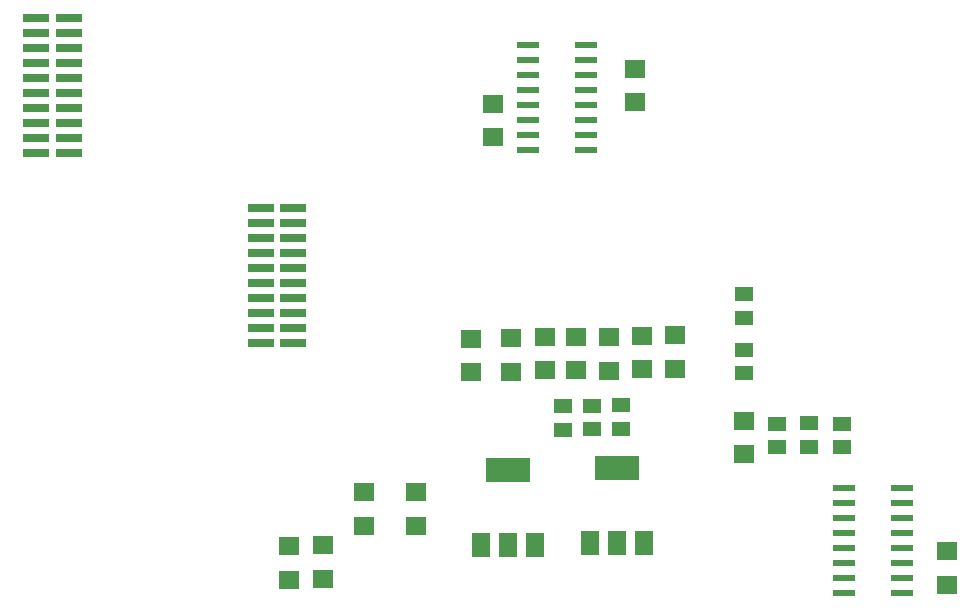
<source format=gbr>
%TF.GenerationSoftware,KiCad,Pcbnew,(5.1.10)-1*%
%TF.CreationDate,2021-08-27T14:28:01+05:30*%
%TF.ProjectId,CZTBoardV3,435a5442-6f61-4726-9456-332e6b696361,rev?*%
%TF.SameCoordinates,Original*%
%TF.FileFunction,Paste,Top*%
%TF.FilePolarity,Positive*%
%FSLAX46Y46*%
G04 Gerber Fmt 4.6, Leading zero omitted, Abs format (unit mm)*
G04 Created by KiCad (PCBNEW (5.1.10)-1) date 2021-08-27 14:28:01*
%MOMM*%
%LPD*%
G01*
G04 APERTURE LIST*
%ADD10R,1.981200X0.558800*%
%ADD11R,2.222400X0.736600*%
%ADD12R,1.803000X1.600000*%
%ADD13R,3.800000X2.000000*%
%ADD14R,1.500000X2.000000*%
%ADD15R,1.600000X1.300000*%
G04 APERTURE END LIST*
D10*
%TO.C,U3*%
X193963800Y-119325000D03*
X193963800Y-120595000D03*
X193963800Y-121865000D03*
X193963800Y-123135000D03*
X193963800Y-124405000D03*
X193963800Y-125675000D03*
X193963800Y-126945000D03*
X193963800Y-128215000D03*
X189036200Y-128215000D03*
X189036200Y-126945000D03*
X189036200Y-125675000D03*
X189036200Y-124405000D03*
X189036200Y-123135000D03*
X189036200Y-121865000D03*
X189036200Y-120595000D03*
X189036200Y-119325000D03*
%TD*%
%TO.C,U2*%
X167183800Y-81765000D03*
X167183800Y-83035000D03*
X167183800Y-84305000D03*
X167183800Y-85575000D03*
X167183800Y-86845000D03*
X167183800Y-88115000D03*
X167183800Y-89385000D03*
X167183800Y-90655000D03*
X162256200Y-90655000D03*
X162256200Y-89385000D03*
X162256200Y-88115000D03*
X162256200Y-86845000D03*
X162256200Y-85575000D03*
X162256200Y-84305000D03*
X162256200Y-83035000D03*
X162256200Y-81765000D03*
%TD*%
D11*
%TO.C,U1*%
X123391700Y-79562000D03*
X120661200Y-79562000D03*
X123391700Y-80832000D03*
X120661200Y-80832000D03*
X123391700Y-82102000D03*
X120661200Y-82102000D03*
X123391700Y-83372000D03*
X120661200Y-83372000D03*
X123391700Y-84642000D03*
X120661200Y-84642000D03*
X123391700Y-85912000D03*
X120661200Y-85912000D03*
X123391700Y-87182000D03*
X120661200Y-87182000D03*
X123391700Y-88452000D03*
X120661200Y-88452000D03*
X123391700Y-89722000D03*
X120661200Y-89722000D03*
X123391700Y-90992000D03*
X120661200Y-90992000D03*
X142385300Y-95565000D03*
X139654800Y-95565000D03*
X142385300Y-96835000D03*
X139654800Y-96835000D03*
X142385300Y-98105000D03*
X139654800Y-98105000D03*
X142385300Y-99375000D03*
X139654800Y-99375000D03*
X142385300Y-100645000D03*
X139654800Y-100645000D03*
X142385300Y-101915000D03*
X139654800Y-101915000D03*
X142385300Y-103185000D03*
X139654800Y-103185000D03*
X142385300Y-104455000D03*
X139654800Y-104455000D03*
X142385300Y-105725000D03*
X139654800Y-105725000D03*
X142385300Y-106995000D03*
X139654800Y-106995000D03*
%TD*%
D12*
%TO.C,R21*%
X180590000Y-116474000D03*
X180590000Y-113630000D03*
%TD*%
%TO.C,R18*%
X142000000Y-127094000D03*
X142000000Y-124250000D03*
%TD*%
%TO.C,R17*%
X197720000Y-124668000D03*
X197720000Y-127512000D03*
%TD*%
%TO.C,R16*%
X163680000Y-106500000D03*
X163680000Y-109344000D03*
%TD*%
%TO.C,R15*%
X157480000Y-106680000D03*
X157480000Y-109524000D03*
%TD*%
%TO.C,R14*%
X166350000Y-106500000D03*
X166350000Y-109344000D03*
%TD*%
%TO.C,R13*%
X174740000Y-106380000D03*
X174740000Y-109224000D03*
%TD*%
%TO.C,R12*%
X169160000Y-109374000D03*
X169160000Y-106530000D03*
%TD*%
%TO.C,R11*%
X148390000Y-119650000D03*
X148390000Y-122494000D03*
%TD*%
%TO.C,R10*%
X152790000Y-119650000D03*
X152790000Y-122494000D03*
%TD*%
%TO.C,R9*%
X160810000Y-106620000D03*
X160810000Y-109464000D03*
%TD*%
%TO.C,R4*%
X144930000Y-124138000D03*
X144930000Y-126982000D03*
%TD*%
%TO.C,R3*%
X171360000Y-86664000D03*
X171360000Y-83820000D03*
%TD*%
%TO.C,R2*%
X171920000Y-106428000D03*
X171920000Y-109272000D03*
%TD*%
%TO.C,R1*%
X159290000Y-89612000D03*
X159290000Y-86768000D03*
%TD*%
D13*
%TO.C,IC2*%
X169810000Y-117660000D03*
D14*
X172110000Y-123960000D03*
X169810000Y-123960000D03*
X167510000Y-123960000D03*
%TD*%
D13*
%TO.C,IC1*%
X160590000Y-117800000D03*
D14*
X162890000Y-124100000D03*
X160590000Y-124100000D03*
X158290000Y-124100000D03*
%TD*%
D15*
%TO.C,C14*%
X180570000Y-102880000D03*
X180570000Y-104880000D03*
%TD*%
%TO.C,C13*%
X180550000Y-107610000D03*
X180550000Y-109610000D03*
%TD*%
%TO.C,C12*%
X183340000Y-113860000D03*
X183340000Y-115860000D03*
%TD*%
%TO.C,C11*%
X186110000Y-113840000D03*
X186110000Y-115840000D03*
%TD*%
%TO.C,C6*%
X188850000Y-113880000D03*
X188850000Y-115880000D03*
%TD*%
%TO.C,C4*%
X167700000Y-114360000D03*
X167700000Y-112360000D03*
%TD*%
%TO.C,C3*%
X170180000Y-114320000D03*
X170180000Y-112320000D03*
%TD*%
%TO.C,C2*%
X165280000Y-114370000D03*
X165280000Y-112370000D03*
%TD*%
M02*

</source>
